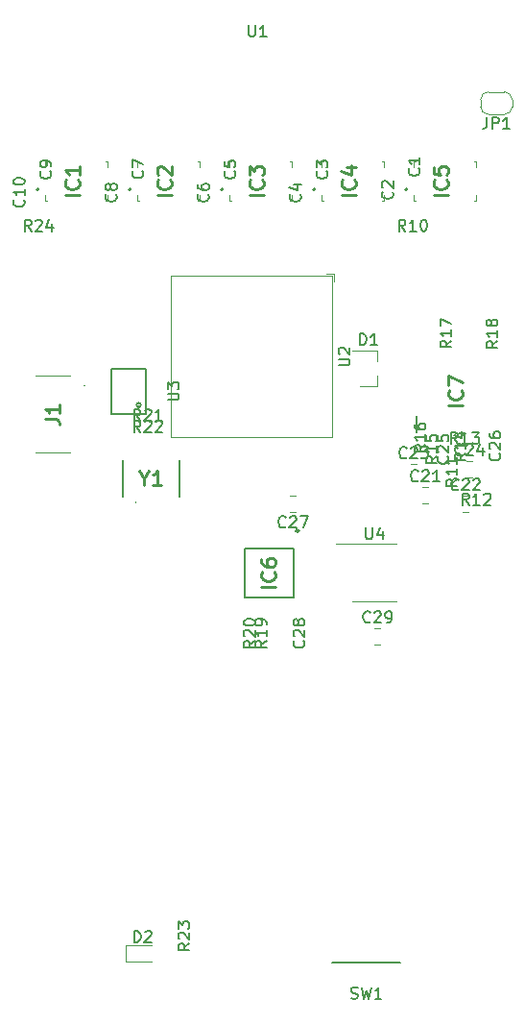
<source format=gbr>
%TF.GenerationSoftware,KiCad,Pcbnew,5.1.6*%
%TF.CreationDate,2021-04-23T20:35:47+02:00*%
%TF.ProjectId,nhci,6e686369-2e6b-4696-9361-645f70636258,rev?*%
%TF.SameCoordinates,Original*%
%TF.FileFunction,Legend,Top*%
%TF.FilePolarity,Positive*%
%FSLAX46Y46*%
G04 Gerber Fmt 4.6, Leading zero omitted, Abs format (unit mm)*
G04 Created by KiCad (PCBNEW 5.1.6) date 2021-04-23 20:35:47*
%MOMM*%
%LPD*%
G01*
G04 APERTURE LIST*
%ADD10C,0.120000*%
%ADD11C,0.100000*%
%ADD12C,0.200000*%
%ADD13C,0.250000*%
%ADD14C,0.150000*%
%ADD15C,0.254000*%
G04 APERTURE END LIST*
D10*
%TO.C,D1*%
X76325000Y-127056000D02*
X74865000Y-127056000D01*
X76325000Y-123896000D02*
X74165000Y-123896000D01*
X76325000Y-123896000D02*
X76325000Y-124826000D01*
X76325000Y-127056000D02*
X76325000Y-126126000D01*
%TO.C,D2*%
X54166500Y-177773000D02*
X56451500Y-177773000D01*
X54166500Y-176303000D02*
X54166500Y-177773000D01*
X56451500Y-176303000D02*
X54166500Y-176303000D01*
D11*
%TO.C,J1*%
X46227000Y-126150000D02*
X49277000Y-126150000D01*
X49277000Y-132930000D02*
X46227000Y-132930000D01*
D12*
X50517000Y-127000000D02*
G75*
G03*
X50517000Y-127000000I-50000J0D01*
G01*
D10*
%TO.C,JP1*%
X88268000Y-101808000D02*
X88268000Y-102408000D01*
X86168000Y-101108000D02*
X87568000Y-101108000D01*
X85468000Y-102408000D02*
X85468000Y-101808000D01*
X87568000Y-103108000D02*
X86168000Y-103108000D01*
X88268000Y-102408000D02*
G75*
G02*
X87568000Y-103108000I-700000J0D01*
G01*
X87568000Y-101108000D02*
G75*
G02*
X88268000Y-101808000I0J-700000D01*
G01*
X85468000Y-101808000D02*
G75*
G02*
X86168000Y-101108000I700000J0D01*
G01*
X86168000Y-103108000D02*
G75*
G02*
X85468000Y-102408000I0J700000D01*
G01*
%TO.C,U4*%
X76120000Y-146042000D02*
X78070000Y-146042000D01*
X76120000Y-146042000D02*
X74170000Y-146042000D01*
X76120000Y-140922000D02*
X78070000Y-140922000D01*
X76120000Y-140922000D02*
X72670000Y-140922000D01*
%TO.C,C29*%
X76116922Y-148388000D02*
X76634078Y-148388000D01*
X76116922Y-149808000D02*
X76634078Y-149808000D01*
%TO.C,C27*%
X69171078Y-138124000D02*
X68653922Y-138124000D01*
X69171078Y-136704000D02*
X68653922Y-136704000D01*
D12*
%TO.C,IC7*%
X79812000Y-131158000D02*
X79812000Y-129708000D01*
D10*
%TO.C,C24*%
X84244922Y-133656000D02*
X84762078Y-133656000D01*
X84244922Y-135076000D02*
X84762078Y-135076000D01*
%TO.C,C23*%
X79321922Y-133910000D02*
X79839078Y-133910000D01*
X79321922Y-135330000D02*
X79839078Y-135330000D01*
%TO.C,C22*%
X83893922Y-136704000D02*
X84411078Y-136704000D01*
X83893922Y-138124000D02*
X84411078Y-138124000D01*
%TO.C,C21*%
X80337922Y-135942000D02*
X80855078Y-135942000D01*
X80337922Y-137362000D02*
X80855078Y-137362000D01*
D11*
%TO.C,Y1*%
X54988000Y-137212000D02*
X54988000Y-137212000D01*
X54988000Y-137312000D02*
X54988000Y-137312000D01*
D12*
X58888000Y-133612000D02*
X58888000Y-136812000D01*
X53888000Y-133612000D02*
X53888000Y-136812000D01*
D11*
X54988000Y-137212000D02*
G75*
G02*
X54988000Y-137312000I0J-50000D01*
G01*
X54988000Y-137312000D02*
G75*
G02*
X54988000Y-137212000I0J50000D01*
G01*
D12*
%TO.C,IC6*%
X68952000Y-141360000D02*
X68952000Y-145660000D01*
X68952000Y-145660000D02*
X64652000Y-145660000D01*
X64652000Y-145660000D02*
X64652000Y-141360000D01*
X64652000Y-141360000D02*
X68952000Y-141360000D01*
D13*
X69427000Y-139785000D02*
G75*
G03*
X69427000Y-139785000I-125000J0D01*
G01*
D14*
%TO.C,SW1*%
X78386000Y-177846000D02*
X72386000Y-177846000D01*
%TO.C,U3*%
X55912000Y-125508000D02*
X55912000Y-129508000D01*
X55912000Y-129508000D02*
X52912000Y-129508000D01*
X52912000Y-129508000D02*
X52912000Y-125508000D01*
X52912000Y-125508000D02*
X55912000Y-125508000D01*
X55512000Y-128708000D02*
G75*
G03*
X55512000Y-128708000I-200000J0D01*
G01*
D10*
%TO.C,U2*%
X72578000Y-117860000D02*
X72578000Y-117160000D01*
X72578000Y-117160000D02*
X71878000Y-117160000D01*
X72378000Y-131560000D02*
X72378000Y-117360000D01*
X72378000Y-117360000D02*
X58178000Y-117360000D01*
X58178000Y-117360000D02*
X58178000Y-131560000D01*
X58178000Y-131560000D02*
X72378000Y-131560000D01*
D12*
%TO.C,IC5*%
X78896000Y-109816000D02*
X78896000Y-109816000D01*
X78896000Y-109616000D02*
X78896000Y-109616000D01*
D11*
X79546000Y-110166000D02*
X79546000Y-110716000D01*
X79546000Y-110716000D02*
X79696000Y-110716000D01*
X79546000Y-107766000D02*
X79546000Y-107216000D01*
X79546000Y-107216000D02*
X79696000Y-107216000D01*
X85046000Y-107766000D02*
X85046000Y-107216000D01*
X85046000Y-107216000D02*
X84896000Y-107216000D01*
X85046000Y-110166000D02*
X85046000Y-110716000D01*
X85046000Y-110716000D02*
X84896000Y-110716000D01*
D12*
X78896000Y-109816000D02*
G75*
G02*
X78896000Y-109616000I0J100000D01*
G01*
X78896000Y-109616000D02*
G75*
G02*
X78896000Y-109816000I0J-100000D01*
G01*
%TO.C,IC4*%
X70768000Y-109816000D02*
X70768000Y-109816000D01*
X70768000Y-109616000D02*
X70768000Y-109616000D01*
D11*
X71418000Y-110166000D02*
X71418000Y-110716000D01*
X71418000Y-110716000D02*
X71568000Y-110716000D01*
X71418000Y-107766000D02*
X71418000Y-107216000D01*
X71418000Y-107216000D02*
X71568000Y-107216000D01*
X76918000Y-107766000D02*
X76918000Y-107216000D01*
X76918000Y-107216000D02*
X76768000Y-107216000D01*
X76918000Y-110166000D02*
X76918000Y-110716000D01*
X76918000Y-110716000D02*
X76768000Y-110716000D01*
D12*
X70768000Y-109816000D02*
G75*
G02*
X70768000Y-109616000I0J100000D01*
G01*
X70768000Y-109616000D02*
G75*
G02*
X70768000Y-109816000I0J-100000D01*
G01*
%TO.C,IC3*%
X62640000Y-109816000D02*
X62640000Y-109816000D01*
X62640000Y-109616000D02*
X62640000Y-109616000D01*
D11*
X63290000Y-110166000D02*
X63290000Y-110716000D01*
X63290000Y-110716000D02*
X63440000Y-110716000D01*
X63290000Y-107766000D02*
X63290000Y-107216000D01*
X63290000Y-107216000D02*
X63440000Y-107216000D01*
X68790000Y-107766000D02*
X68790000Y-107216000D01*
X68790000Y-107216000D02*
X68640000Y-107216000D01*
X68790000Y-110166000D02*
X68790000Y-110716000D01*
X68790000Y-110716000D02*
X68640000Y-110716000D01*
D12*
X62640000Y-109816000D02*
G75*
G02*
X62640000Y-109616000I0J100000D01*
G01*
X62640000Y-109616000D02*
G75*
G02*
X62640000Y-109816000I0J-100000D01*
G01*
%TO.C,IC2*%
X54512000Y-109816000D02*
X54512000Y-109816000D01*
X54512000Y-109616000D02*
X54512000Y-109616000D01*
D11*
X55162000Y-110166000D02*
X55162000Y-110716000D01*
X55162000Y-110716000D02*
X55312000Y-110716000D01*
X55162000Y-107766000D02*
X55162000Y-107216000D01*
X55162000Y-107216000D02*
X55312000Y-107216000D01*
X60662000Y-107766000D02*
X60662000Y-107216000D01*
X60662000Y-107216000D02*
X60512000Y-107216000D01*
X60662000Y-110166000D02*
X60662000Y-110716000D01*
X60662000Y-110716000D02*
X60512000Y-110716000D01*
D12*
X54512000Y-109816000D02*
G75*
G02*
X54512000Y-109616000I0J100000D01*
G01*
X54512000Y-109616000D02*
G75*
G02*
X54512000Y-109816000I0J-100000D01*
G01*
%TO.C,IC1*%
X46384000Y-109816000D02*
X46384000Y-109816000D01*
X46384000Y-109616000D02*
X46384000Y-109616000D01*
D11*
X47034000Y-110166000D02*
X47034000Y-110716000D01*
X47034000Y-110716000D02*
X47184000Y-110716000D01*
X47034000Y-107766000D02*
X47034000Y-107216000D01*
X47034000Y-107216000D02*
X47184000Y-107216000D01*
X52534000Y-107766000D02*
X52534000Y-107216000D01*
X52534000Y-107216000D02*
X52384000Y-107216000D01*
X52534000Y-110166000D02*
X52534000Y-110716000D01*
X52534000Y-110716000D02*
X52384000Y-110716000D01*
D12*
X46384000Y-109816000D02*
G75*
G02*
X46384000Y-109616000I0J100000D01*
G01*
X46384000Y-109616000D02*
G75*
G02*
X46384000Y-109816000I0J-100000D01*
G01*
%TO.C,D1*%
D14*
X74826904Y-123428380D02*
X74826904Y-122428380D01*
X75065000Y-122428380D01*
X75207857Y-122476000D01*
X75303095Y-122571238D01*
X75350714Y-122666476D01*
X75398333Y-122856952D01*
X75398333Y-122999809D01*
X75350714Y-123190285D01*
X75303095Y-123285523D01*
X75207857Y-123380761D01*
X75065000Y-123428380D01*
X74826904Y-123428380D01*
X76350714Y-123428380D02*
X75779285Y-123428380D01*
X76065000Y-123428380D02*
X76065000Y-122428380D01*
X75969761Y-122571238D01*
X75874523Y-122666476D01*
X75779285Y-122714095D01*
%TO.C,R24*%
X45839142Y-113382380D02*
X45505809Y-112906190D01*
X45267714Y-113382380D02*
X45267714Y-112382380D01*
X45648666Y-112382380D01*
X45743904Y-112430000D01*
X45791523Y-112477619D01*
X45839142Y-112572857D01*
X45839142Y-112715714D01*
X45791523Y-112810952D01*
X45743904Y-112858571D01*
X45648666Y-112906190D01*
X45267714Y-112906190D01*
X46220095Y-112477619D02*
X46267714Y-112430000D01*
X46362952Y-112382380D01*
X46601047Y-112382380D01*
X46696285Y-112430000D01*
X46743904Y-112477619D01*
X46791523Y-112572857D01*
X46791523Y-112668095D01*
X46743904Y-112810952D01*
X46172476Y-113382380D01*
X46791523Y-113382380D01*
X47648666Y-112715714D02*
X47648666Y-113382380D01*
X47410571Y-112334761D02*
X47172476Y-113049047D01*
X47791523Y-113049047D01*
%TO.C,U1*%
X65024095Y-95234380D02*
X65024095Y-96043904D01*
X65071714Y-96139142D01*
X65119333Y-96186761D01*
X65214571Y-96234380D01*
X65405047Y-96234380D01*
X65500285Y-96186761D01*
X65547904Y-96139142D01*
X65595523Y-96043904D01*
X65595523Y-95234380D01*
X66595523Y-96234380D02*
X66024095Y-96234380D01*
X66309809Y-96234380D02*
X66309809Y-95234380D01*
X66214571Y-95377238D01*
X66119333Y-95472476D01*
X66024095Y-95520095D01*
%TO.C,D2*%
X54913404Y-176060380D02*
X54913404Y-175060380D01*
X55151500Y-175060380D01*
X55294357Y-175108000D01*
X55389595Y-175203238D01*
X55437214Y-175298476D01*
X55484833Y-175488952D01*
X55484833Y-175631809D01*
X55437214Y-175822285D01*
X55389595Y-175917523D01*
X55294357Y-176012761D01*
X55151500Y-176060380D01*
X54913404Y-176060380D01*
X55865785Y-175155619D02*
X55913404Y-175108000D01*
X56008642Y-175060380D01*
X56246738Y-175060380D01*
X56341976Y-175108000D01*
X56389595Y-175155619D01*
X56437214Y-175250857D01*
X56437214Y-175346095D01*
X56389595Y-175488952D01*
X55818166Y-176060380D01*
X56437214Y-176060380D01*
%TO.C,R23*%
X59788380Y-176156857D02*
X59312190Y-176490190D01*
X59788380Y-176728285D02*
X58788380Y-176728285D01*
X58788380Y-176347333D01*
X58836000Y-176252095D01*
X58883619Y-176204476D01*
X58978857Y-176156857D01*
X59121714Y-176156857D01*
X59216952Y-176204476D01*
X59264571Y-176252095D01*
X59312190Y-176347333D01*
X59312190Y-176728285D01*
X58883619Y-175775904D02*
X58836000Y-175728285D01*
X58788380Y-175633047D01*
X58788380Y-175394952D01*
X58836000Y-175299714D01*
X58883619Y-175252095D01*
X58978857Y-175204476D01*
X59074095Y-175204476D01*
X59216952Y-175252095D01*
X59788380Y-175823523D01*
X59788380Y-175204476D01*
X58788380Y-174871142D02*
X58788380Y-174252095D01*
X59169333Y-174585428D01*
X59169333Y-174442571D01*
X59216952Y-174347333D01*
X59264571Y-174299714D01*
X59359809Y-174252095D01*
X59597904Y-174252095D01*
X59693142Y-174299714D01*
X59740761Y-174347333D01*
X59788380Y-174442571D01*
X59788380Y-174728285D01*
X59740761Y-174823523D01*
X59693142Y-174871142D01*
%TO.C,R22*%
X55468142Y-131108380D02*
X55134809Y-130632190D01*
X54896714Y-131108380D02*
X54896714Y-130108380D01*
X55277666Y-130108380D01*
X55372904Y-130156000D01*
X55420523Y-130203619D01*
X55468142Y-130298857D01*
X55468142Y-130441714D01*
X55420523Y-130536952D01*
X55372904Y-130584571D01*
X55277666Y-130632190D01*
X54896714Y-130632190D01*
X55849095Y-130203619D02*
X55896714Y-130156000D01*
X55991952Y-130108380D01*
X56230047Y-130108380D01*
X56325285Y-130156000D01*
X56372904Y-130203619D01*
X56420523Y-130298857D01*
X56420523Y-130394095D01*
X56372904Y-130536952D01*
X55801476Y-131108380D01*
X56420523Y-131108380D01*
X56801476Y-130203619D02*
X56849095Y-130156000D01*
X56944333Y-130108380D01*
X57182428Y-130108380D01*
X57277666Y-130156000D01*
X57325285Y-130203619D01*
X57372904Y-130298857D01*
X57372904Y-130394095D01*
X57325285Y-130536952D01*
X56753857Y-131108380D01*
X57372904Y-131108380D01*
%TO.C,R21*%
X55468142Y-130092380D02*
X55134809Y-129616190D01*
X54896714Y-130092380D02*
X54896714Y-129092380D01*
X55277666Y-129092380D01*
X55372904Y-129140000D01*
X55420523Y-129187619D01*
X55468142Y-129282857D01*
X55468142Y-129425714D01*
X55420523Y-129520952D01*
X55372904Y-129568571D01*
X55277666Y-129616190D01*
X54896714Y-129616190D01*
X55849095Y-129187619D02*
X55896714Y-129140000D01*
X55991952Y-129092380D01*
X56230047Y-129092380D01*
X56325285Y-129140000D01*
X56372904Y-129187619D01*
X56420523Y-129282857D01*
X56420523Y-129378095D01*
X56372904Y-129520952D01*
X55801476Y-130092380D01*
X56420523Y-130092380D01*
X57372904Y-130092380D02*
X56801476Y-130092380D01*
X57087190Y-130092380D02*
X57087190Y-129092380D01*
X56991952Y-129235238D01*
X56896714Y-129330476D01*
X56801476Y-129378095D01*
%TO.C,J1*%
D15*
X47056523Y-129963333D02*
X47963666Y-129963333D01*
X48145095Y-130023809D01*
X48266047Y-130144761D01*
X48326523Y-130326190D01*
X48326523Y-130447142D01*
X48326523Y-128693333D02*
X48326523Y-129419047D01*
X48326523Y-129056190D02*
X47056523Y-129056190D01*
X47237952Y-129177142D01*
X47358904Y-129298095D01*
X47419380Y-129419047D01*
%TO.C,JP1*%
D14*
X86034666Y-103360380D02*
X86034666Y-104074666D01*
X85987047Y-104217523D01*
X85891809Y-104312761D01*
X85748952Y-104360380D01*
X85653714Y-104360380D01*
X86510857Y-104360380D02*
X86510857Y-103360380D01*
X86891809Y-103360380D01*
X86987047Y-103408000D01*
X87034666Y-103455619D01*
X87082285Y-103550857D01*
X87082285Y-103693714D01*
X87034666Y-103788952D01*
X86987047Y-103836571D01*
X86891809Y-103884190D01*
X86510857Y-103884190D01*
X88034666Y-104360380D02*
X87463238Y-104360380D01*
X87748952Y-104360380D02*
X87748952Y-103360380D01*
X87653714Y-103503238D01*
X87558476Y-103598476D01*
X87463238Y-103646095D01*
%TO.C,U4*%
X75358095Y-139534380D02*
X75358095Y-140343904D01*
X75405714Y-140439142D01*
X75453333Y-140486761D01*
X75548571Y-140534380D01*
X75739047Y-140534380D01*
X75834285Y-140486761D01*
X75881904Y-140439142D01*
X75929523Y-140343904D01*
X75929523Y-139534380D01*
X76834285Y-139867714D02*
X76834285Y-140534380D01*
X76596190Y-139486761D02*
X76358095Y-140201047D01*
X76977142Y-140201047D01*
%TO.C,R20*%
X65576380Y-149486857D02*
X65100190Y-149820190D01*
X65576380Y-150058285D02*
X64576380Y-150058285D01*
X64576380Y-149677333D01*
X64624000Y-149582095D01*
X64671619Y-149534476D01*
X64766857Y-149486857D01*
X64909714Y-149486857D01*
X65004952Y-149534476D01*
X65052571Y-149582095D01*
X65100190Y-149677333D01*
X65100190Y-150058285D01*
X64671619Y-149105904D02*
X64624000Y-149058285D01*
X64576380Y-148963047D01*
X64576380Y-148724952D01*
X64624000Y-148629714D01*
X64671619Y-148582095D01*
X64766857Y-148534476D01*
X64862095Y-148534476D01*
X65004952Y-148582095D01*
X65576380Y-149153523D01*
X65576380Y-148534476D01*
X64576380Y-147915428D02*
X64576380Y-147820190D01*
X64624000Y-147724952D01*
X64671619Y-147677333D01*
X64766857Y-147629714D01*
X64957333Y-147582095D01*
X65195428Y-147582095D01*
X65385904Y-147629714D01*
X65481142Y-147677333D01*
X65528761Y-147724952D01*
X65576380Y-147820190D01*
X65576380Y-147915428D01*
X65528761Y-148010666D01*
X65481142Y-148058285D01*
X65385904Y-148105904D01*
X65195428Y-148153523D01*
X64957333Y-148153523D01*
X64766857Y-148105904D01*
X64671619Y-148058285D01*
X64624000Y-148010666D01*
X64576380Y-147915428D01*
%TO.C,R19*%
X66592380Y-149486857D02*
X66116190Y-149820190D01*
X66592380Y-150058285D02*
X65592380Y-150058285D01*
X65592380Y-149677333D01*
X65640000Y-149582095D01*
X65687619Y-149534476D01*
X65782857Y-149486857D01*
X65925714Y-149486857D01*
X66020952Y-149534476D01*
X66068571Y-149582095D01*
X66116190Y-149677333D01*
X66116190Y-150058285D01*
X66592380Y-148534476D02*
X66592380Y-149105904D01*
X66592380Y-148820190D02*
X65592380Y-148820190D01*
X65735238Y-148915428D01*
X65830476Y-149010666D01*
X65878095Y-149105904D01*
X66592380Y-148058285D02*
X66592380Y-147867809D01*
X66544761Y-147772571D01*
X66497142Y-147724952D01*
X66354285Y-147629714D01*
X66163809Y-147582095D01*
X65782857Y-147582095D01*
X65687619Y-147629714D01*
X65640000Y-147677333D01*
X65592380Y-147772571D01*
X65592380Y-147963047D01*
X65640000Y-148058285D01*
X65687619Y-148105904D01*
X65782857Y-148153523D01*
X66020952Y-148153523D01*
X66116190Y-148105904D01*
X66163809Y-148058285D01*
X66211428Y-147963047D01*
X66211428Y-147772571D01*
X66163809Y-147677333D01*
X66116190Y-147629714D01*
X66020952Y-147582095D01*
%TO.C,C29*%
X75732642Y-147805142D02*
X75685023Y-147852761D01*
X75542166Y-147900380D01*
X75446928Y-147900380D01*
X75304071Y-147852761D01*
X75208833Y-147757523D01*
X75161214Y-147662285D01*
X75113595Y-147471809D01*
X75113595Y-147328952D01*
X75161214Y-147138476D01*
X75208833Y-147043238D01*
X75304071Y-146948000D01*
X75446928Y-146900380D01*
X75542166Y-146900380D01*
X75685023Y-146948000D01*
X75732642Y-146995619D01*
X76113595Y-146995619D02*
X76161214Y-146948000D01*
X76256452Y-146900380D01*
X76494547Y-146900380D01*
X76589785Y-146948000D01*
X76637404Y-146995619D01*
X76685023Y-147090857D01*
X76685023Y-147186095D01*
X76637404Y-147328952D01*
X76065976Y-147900380D01*
X76685023Y-147900380D01*
X77161214Y-147900380D02*
X77351690Y-147900380D01*
X77446928Y-147852761D01*
X77494547Y-147805142D01*
X77589785Y-147662285D01*
X77637404Y-147471809D01*
X77637404Y-147090857D01*
X77589785Y-146995619D01*
X77542166Y-146948000D01*
X77446928Y-146900380D01*
X77256452Y-146900380D01*
X77161214Y-146948000D01*
X77113595Y-146995619D01*
X77065976Y-147090857D01*
X77065976Y-147328952D01*
X77113595Y-147424190D01*
X77161214Y-147471809D01*
X77256452Y-147519428D01*
X77446928Y-147519428D01*
X77542166Y-147471809D01*
X77589785Y-147424190D01*
X77637404Y-147328952D01*
%TO.C,C28*%
X69853142Y-149486857D02*
X69900761Y-149534476D01*
X69948380Y-149677333D01*
X69948380Y-149772571D01*
X69900761Y-149915428D01*
X69805523Y-150010666D01*
X69710285Y-150058285D01*
X69519809Y-150105904D01*
X69376952Y-150105904D01*
X69186476Y-150058285D01*
X69091238Y-150010666D01*
X68996000Y-149915428D01*
X68948380Y-149772571D01*
X68948380Y-149677333D01*
X68996000Y-149534476D01*
X69043619Y-149486857D01*
X69043619Y-149105904D02*
X68996000Y-149058285D01*
X68948380Y-148963047D01*
X68948380Y-148724952D01*
X68996000Y-148629714D01*
X69043619Y-148582095D01*
X69138857Y-148534476D01*
X69234095Y-148534476D01*
X69376952Y-148582095D01*
X69948380Y-149153523D01*
X69948380Y-148534476D01*
X69376952Y-147963047D02*
X69329333Y-148058285D01*
X69281714Y-148105904D01*
X69186476Y-148153523D01*
X69138857Y-148153523D01*
X69043619Y-148105904D01*
X68996000Y-148058285D01*
X68948380Y-147963047D01*
X68948380Y-147772571D01*
X68996000Y-147677333D01*
X69043619Y-147629714D01*
X69138857Y-147582095D01*
X69186476Y-147582095D01*
X69281714Y-147629714D01*
X69329333Y-147677333D01*
X69376952Y-147772571D01*
X69376952Y-147963047D01*
X69424571Y-148058285D01*
X69472190Y-148105904D01*
X69567428Y-148153523D01*
X69757904Y-148153523D01*
X69853142Y-148105904D01*
X69900761Y-148058285D01*
X69948380Y-147963047D01*
X69948380Y-147772571D01*
X69900761Y-147677333D01*
X69853142Y-147629714D01*
X69757904Y-147582095D01*
X69567428Y-147582095D01*
X69472190Y-147629714D01*
X69424571Y-147677333D01*
X69376952Y-147772571D01*
%TO.C,C27*%
X68269642Y-139421142D02*
X68222023Y-139468761D01*
X68079166Y-139516380D01*
X67983928Y-139516380D01*
X67841071Y-139468761D01*
X67745833Y-139373523D01*
X67698214Y-139278285D01*
X67650595Y-139087809D01*
X67650595Y-138944952D01*
X67698214Y-138754476D01*
X67745833Y-138659238D01*
X67841071Y-138564000D01*
X67983928Y-138516380D01*
X68079166Y-138516380D01*
X68222023Y-138564000D01*
X68269642Y-138611619D01*
X68650595Y-138611619D02*
X68698214Y-138564000D01*
X68793452Y-138516380D01*
X69031547Y-138516380D01*
X69126785Y-138564000D01*
X69174404Y-138611619D01*
X69222023Y-138706857D01*
X69222023Y-138802095D01*
X69174404Y-138944952D01*
X68602976Y-139516380D01*
X69222023Y-139516380D01*
X69555357Y-138516380D02*
X70222023Y-138516380D01*
X69793452Y-139516380D01*
%TO.C,R18*%
X86966380Y-123093857D02*
X86490190Y-123427190D01*
X86966380Y-123665285D02*
X85966380Y-123665285D01*
X85966380Y-123284333D01*
X86014000Y-123189095D01*
X86061619Y-123141476D01*
X86156857Y-123093857D01*
X86299714Y-123093857D01*
X86394952Y-123141476D01*
X86442571Y-123189095D01*
X86490190Y-123284333D01*
X86490190Y-123665285D01*
X86966380Y-122141476D02*
X86966380Y-122712904D01*
X86966380Y-122427190D02*
X85966380Y-122427190D01*
X86109238Y-122522428D01*
X86204476Y-122617666D01*
X86252095Y-122712904D01*
X86394952Y-121570047D02*
X86347333Y-121665285D01*
X86299714Y-121712904D01*
X86204476Y-121760523D01*
X86156857Y-121760523D01*
X86061619Y-121712904D01*
X86014000Y-121665285D01*
X85966380Y-121570047D01*
X85966380Y-121379571D01*
X86014000Y-121284333D01*
X86061619Y-121236714D01*
X86156857Y-121189095D01*
X86204476Y-121189095D01*
X86299714Y-121236714D01*
X86347333Y-121284333D01*
X86394952Y-121379571D01*
X86394952Y-121570047D01*
X86442571Y-121665285D01*
X86490190Y-121712904D01*
X86585428Y-121760523D01*
X86775904Y-121760523D01*
X86871142Y-121712904D01*
X86918761Y-121665285D01*
X86966380Y-121570047D01*
X86966380Y-121379571D01*
X86918761Y-121284333D01*
X86871142Y-121236714D01*
X86775904Y-121189095D01*
X86585428Y-121189095D01*
X86490190Y-121236714D01*
X86442571Y-121284333D01*
X86394952Y-121379571D01*
%TO.C,R17*%
X82902380Y-123047857D02*
X82426190Y-123381190D01*
X82902380Y-123619285D02*
X81902380Y-123619285D01*
X81902380Y-123238333D01*
X81950000Y-123143095D01*
X81997619Y-123095476D01*
X82092857Y-123047857D01*
X82235714Y-123047857D01*
X82330952Y-123095476D01*
X82378571Y-123143095D01*
X82426190Y-123238333D01*
X82426190Y-123619285D01*
X82902380Y-122095476D02*
X82902380Y-122666904D01*
X82902380Y-122381190D02*
X81902380Y-122381190D01*
X82045238Y-122476428D01*
X82140476Y-122571666D01*
X82188095Y-122666904D01*
X81902380Y-121762142D02*
X81902380Y-121095476D01*
X82902380Y-121524047D01*
%TO.C,R16*%
X80616380Y-132237857D02*
X80140190Y-132571190D01*
X80616380Y-132809285D02*
X79616380Y-132809285D01*
X79616380Y-132428333D01*
X79664000Y-132333095D01*
X79711619Y-132285476D01*
X79806857Y-132237857D01*
X79949714Y-132237857D01*
X80044952Y-132285476D01*
X80092571Y-132333095D01*
X80140190Y-132428333D01*
X80140190Y-132809285D01*
X80616380Y-131285476D02*
X80616380Y-131856904D01*
X80616380Y-131571190D02*
X79616380Y-131571190D01*
X79759238Y-131666428D01*
X79854476Y-131761666D01*
X79902095Y-131856904D01*
X79616380Y-130428333D02*
X79616380Y-130618809D01*
X79664000Y-130714047D01*
X79711619Y-130761666D01*
X79854476Y-130856904D01*
X80044952Y-130904523D01*
X80425904Y-130904523D01*
X80521142Y-130856904D01*
X80568761Y-130809285D01*
X80616380Y-130714047D01*
X80616380Y-130523571D01*
X80568761Y-130428333D01*
X80521142Y-130380714D01*
X80425904Y-130333095D01*
X80187809Y-130333095D01*
X80092571Y-130380714D01*
X80044952Y-130428333D01*
X79997333Y-130523571D01*
X79997333Y-130714047D01*
X80044952Y-130809285D01*
X80092571Y-130856904D01*
X80187809Y-130904523D01*
%TO.C,R15*%
X81632380Y-133253857D02*
X81156190Y-133587190D01*
X81632380Y-133825285D02*
X80632380Y-133825285D01*
X80632380Y-133444333D01*
X80680000Y-133349095D01*
X80727619Y-133301476D01*
X80822857Y-133253857D01*
X80965714Y-133253857D01*
X81060952Y-133301476D01*
X81108571Y-133349095D01*
X81156190Y-133444333D01*
X81156190Y-133825285D01*
X81632380Y-132301476D02*
X81632380Y-132872904D01*
X81632380Y-132587190D02*
X80632380Y-132587190D01*
X80775238Y-132682428D01*
X80870476Y-132777666D01*
X80918095Y-132872904D01*
X80632380Y-131396714D02*
X80632380Y-131872904D01*
X81108571Y-131920523D01*
X81060952Y-131872904D01*
X81013333Y-131777666D01*
X81013333Y-131539571D01*
X81060952Y-131444333D01*
X81108571Y-131396714D01*
X81203809Y-131349095D01*
X81441904Y-131349095D01*
X81537142Y-131396714D01*
X81584761Y-131444333D01*
X81632380Y-131539571D01*
X81632380Y-131777666D01*
X81584761Y-131872904D01*
X81537142Y-131920523D01*
%TO.C,R14*%
X84172380Y-132976857D02*
X83696190Y-133310190D01*
X84172380Y-133548285D02*
X83172380Y-133548285D01*
X83172380Y-133167333D01*
X83220000Y-133072095D01*
X83267619Y-133024476D01*
X83362857Y-132976857D01*
X83505714Y-132976857D01*
X83600952Y-133024476D01*
X83648571Y-133072095D01*
X83696190Y-133167333D01*
X83696190Y-133548285D01*
X84172380Y-132024476D02*
X84172380Y-132595904D01*
X84172380Y-132310190D02*
X83172380Y-132310190D01*
X83315238Y-132405428D01*
X83410476Y-132500666D01*
X83458095Y-132595904D01*
X83505714Y-131167333D02*
X84172380Y-131167333D01*
X83124761Y-131405428D02*
X83839047Y-131643523D01*
X83839047Y-131024476D01*
%TO.C,R13*%
X83431142Y-132124380D02*
X83097809Y-131648190D01*
X82859714Y-132124380D02*
X82859714Y-131124380D01*
X83240666Y-131124380D01*
X83335904Y-131172000D01*
X83383523Y-131219619D01*
X83431142Y-131314857D01*
X83431142Y-131457714D01*
X83383523Y-131552952D01*
X83335904Y-131600571D01*
X83240666Y-131648190D01*
X82859714Y-131648190D01*
X84383523Y-132124380D02*
X83812095Y-132124380D01*
X84097809Y-132124380D02*
X84097809Y-131124380D01*
X84002571Y-131267238D01*
X83907333Y-131362476D01*
X83812095Y-131410095D01*
X84716857Y-131124380D02*
X85335904Y-131124380D01*
X85002571Y-131505333D01*
X85145428Y-131505333D01*
X85240666Y-131552952D01*
X85288285Y-131600571D01*
X85335904Y-131695809D01*
X85335904Y-131933904D01*
X85288285Y-132029142D01*
X85240666Y-132076761D01*
X85145428Y-132124380D01*
X84859714Y-132124380D01*
X84764476Y-132076761D01*
X84716857Y-132029142D01*
%TO.C,R12*%
X84447142Y-137512380D02*
X84113809Y-137036190D01*
X83875714Y-137512380D02*
X83875714Y-136512380D01*
X84256666Y-136512380D01*
X84351904Y-136560000D01*
X84399523Y-136607619D01*
X84447142Y-136702857D01*
X84447142Y-136845714D01*
X84399523Y-136940952D01*
X84351904Y-136988571D01*
X84256666Y-137036190D01*
X83875714Y-137036190D01*
X85399523Y-137512380D02*
X84828095Y-137512380D01*
X85113809Y-137512380D02*
X85113809Y-136512380D01*
X85018571Y-136655238D01*
X84923333Y-136750476D01*
X84828095Y-136798095D01*
X85780476Y-136607619D02*
X85828095Y-136560000D01*
X85923333Y-136512380D01*
X86161428Y-136512380D01*
X86256666Y-136560000D01*
X86304285Y-136607619D01*
X86351904Y-136702857D01*
X86351904Y-136798095D01*
X86304285Y-136940952D01*
X85732857Y-137512380D01*
X86351904Y-137512380D01*
%TO.C,R11*%
X83410380Y-135262857D02*
X82934190Y-135596190D01*
X83410380Y-135834285D02*
X82410380Y-135834285D01*
X82410380Y-135453333D01*
X82458000Y-135358095D01*
X82505619Y-135310476D01*
X82600857Y-135262857D01*
X82743714Y-135262857D01*
X82838952Y-135310476D01*
X82886571Y-135358095D01*
X82934190Y-135453333D01*
X82934190Y-135834285D01*
X83410380Y-134310476D02*
X83410380Y-134881904D01*
X83410380Y-134596190D02*
X82410380Y-134596190D01*
X82553238Y-134691428D01*
X82648476Y-134786666D01*
X82696095Y-134881904D01*
X83410380Y-133358095D02*
X83410380Y-133929523D01*
X83410380Y-133643809D02*
X82410380Y-133643809D01*
X82553238Y-133739047D01*
X82648476Y-133834285D01*
X82696095Y-133929523D01*
%TO.C,IC7*%
D15*
X83886523Y-128747761D02*
X82616523Y-128747761D01*
X83765571Y-127417285D02*
X83826047Y-127477761D01*
X83886523Y-127659190D01*
X83886523Y-127780142D01*
X83826047Y-127961571D01*
X83705095Y-128082523D01*
X83584142Y-128143000D01*
X83342238Y-128203476D01*
X83160809Y-128203476D01*
X82918904Y-128143000D01*
X82797952Y-128082523D01*
X82677000Y-127961571D01*
X82616523Y-127780142D01*
X82616523Y-127659190D01*
X82677000Y-127477761D01*
X82737476Y-127417285D01*
X82616523Y-126993952D02*
X82616523Y-126147285D01*
X83886523Y-126691571D01*
%TO.C,C26*%
D14*
X87125142Y-132976857D02*
X87172761Y-133024476D01*
X87220380Y-133167333D01*
X87220380Y-133262571D01*
X87172761Y-133405428D01*
X87077523Y-133500666D01*
X86982285Y-133548285D01*
X86791809Y-133595904D01*
X86648952Y-133595904D01*
X86458476Y-133548285D01*
X86363238Y-133500666D01*
X86268000Y-133405428D01*
X86220380Y-133262571D01*
X86220380Y-133167333D01*
X86268000Y-133024476D01*
X86315619Y-132976857D01*
X86315619Y-132595904D02*
X86268000Y-132548285D01*
X86220380Y-132453047D01*
X86220380Y-132214952D01*
X86268000Y-132119714D01*
X86315619Y-132072095D01*
X86410857Y-132024476D01*
X86506095Y-132024476D01*
X86648952Y-132072095D01*
X87220380Y-132643523D01*
X87220380Y-132024476D01*
X86220380Y-131167333D02*
X86220380Y-131357809D01*
X86268000Y-131453047D01*
X86315619Y-131500666D01*
X86458476Y-131595904D01*
X86648952Y-131643523D01*
X87029904Y-131643523D01*
X87125142Y-131595904D01*
X87172761Y-131548285D01*
X87220380Y-131453047D01*
X87220380Y-131262571D01*
X87172761Y-131167333D01*
X87125142Y-131119714D01*
X87029904Y-131072095D01*
X86791809Y-131072095D01*
X86696571Y-131119714D01*
X86648952Y-131167333D01*
X86601333Y-131262571D01*
X86601333Y-131453047D01*
X86648952Y-131548285D01*
X86696571Y-131595904D01*
X86791809Y-131643523D01*
%TO.C,C25*%
X82553142Y-133253857D02*
X82600761Y-133301476D01*
X82648380Y-133444333D01*
X82648380Y-133539571D01*
X82600761Y-133682428D01*
X82505523Y-133777666D01*
X82410285Y-133825285D01*
X82219809Y-133872904D01*
X82076952Y-133872904D01*
X81886476Y-133825285D01*
X81791238Y-133777666D01*
X81696000Y-133682428D01*
X81648380Y-133539571D01*
X81648380Y-133444333D01*
X81696000Y-133301476D01*
X81743619Y-133253857D01*
X81743619Y-132872904D02*
X81696000Y-132825285D01*
X81648380Y-132730047D01*
X81648380Y-132491952D01*
X81696000Y-132396714D01*
X81743619Y-132349095D01*
X81838857Y-132301476D01*
X81934095Y-132301476D01*
X82076952Y-132349095D01*
X82648380Y-132920523D01*
X82648380Y-132301476D01*
X81648380Y-131396714D02*
X81648380Y-131872904D01*
X82124571Y-131920523D01*
X82076952Y-131872904D01*
X82029333Y-131777666D01*
X82029333Y-131539571D01*
X82076952Y-131444333D01*
X82124571Y-131396714D01*
X82219809Y-131349095D01*
X82457904Y-131349095D01*
X82553142Y-131396714D01*
X82600761Y-131444333D01*
X82648380Y-131539571D01*
X82648380Y-131777666D01*
X82600761Y-131872904D01*
X82553142Y-131920523D01*
%TO.C,C24*%
X83860642Y-133073142D02*
X83813023Y-133120761D01*
X83670166Y-133168380D01*
X83574928Y-133168380D01*
X83432071Y-133120761D01*
X83336833Y-133025523D01*
X83289214Y-132930285D01*
X83241595Y-132739809D01*
X83241595Y-132596952D01*
X83289214Y-132406476D01*
X83336833Y-132311238D01*
X83432071Y-132216000D01*
X83574928Y-132168380D01*
X83670166Y-132168380D01*
X83813023Y-132216000D01*
X83860642Y-132263619D01*
X84241595Y-132263619D02*
X84289214Y-132216000D01*
X84384452Y-132168380D01*
X84622547Y-132168380D01*
X84717785Y-132216000D01*
X84765404Y-132263619D01*
X84813023Y-132358857D01*
X84813023Y-132454095D01*
X84765404Y-132596952D01*
X84193976Y-133168380D01*
X84813023Y-133168380D01*
X85670166Y-132501714D02*
X85670166Y-133168380D01*
X85432071Y-132120761D02*
X85193976Y-132835047D01*
X85813023Y-132835047D01*
%TO.C,C23*%
X78937642Y-133327142D02*
X78890023Y-133374761D01*
X78747166Y-133422380D01*
X78651928Y-133422380D01*
X78509071Y-133374761D01*
X78413833Y-133279523D01*
X78366214Y-133184285D01*
X78318595Y-132993809D01*
X78318595Y-132850952D01*
X78366214Y-132660476D01*
X78413833Y-132565238D01*
X78509071Y-132470000D01*
X78651928Y-132422380D01*
X78747166Y-132422380D01*
X78890023Y-132470000D01*
X78937642Y-132517619D01*
X79318595Y-132517619D02*
X79366214Y-132470000D01*
X79461452Y-132422380D01*
X79699547Y-132422380D01*
X79794785Y-132470000D01*
X79842404Y-132517619D01*
X79890023Y-132612857D01*
X79890023Y-132708095D01*
X79842404Y-132850952D01*
X79270976Y-133422380D01*
X79890023Y-133422380D01*
X80223357Y-132422380D02*
X80842404Y-132422380D01*
X80509071Y-132803333D01*
X80651928Y-132803333D01*
X80747166Y-132850952D01*
X80794785Y-132898571D01*
X80842404Y-132993809D01*
X80842404Y-133231904D01*
X80794785Y-133327142D01*
X80747166Y-133374761D01*
X80651928Y-133422380D01*
X80366214Y-133422380D01*
X80270976Y-133374761D01*
X80223357Y-133327142D01*
%TO.C,C22*%
X83509642Y-136121142D02*
X83462023Y-136168761D01*
X83319166Y-136216380D01*
X83223928Y-136216380D01*
X83081071Y-136168761D01*
X82985833Y-136073523D01*
X82938214Y-135978285D01*
X82890595Y-135787809D01*
X82890595Y-135644952D01*
X82938214Y-135454476D01*
X82985833Y-135359238D01*
X83081071Y-135264000D01*
X83223928Y-135216380D01*
X83319166Y-135216380D01*
X83462023Y-135264000D01*
X83509642Y-135311619D01*
X83890595Y-135311619D02*
X83938214Y-135264000D01*
X84033452Y-135216380D01*
X84271547Y-135216380D01*
X84366785Y-135264000D01*
X84414404Y-135311619D01*
X84462023Y-135406857D01*
X84462023Y-135502095D01*
X84414404Y-135644952D01*
X83842976Y-136216380D01*
X84462023Y-136216380D01*
X84842976Y-135311619D02*
X84890595Y-135264000D01*
X84985833Y-135216380D01*
X85223928Y-135216380D01*
X85319166Y-135264000D01*
X85366785Y-135311619D01*
X85414404Y-135406857D01*
X85414404Y-135502095D01*
X85366785Y-135644952D01*
X84795357Y-136216380D01*
X85414404Y-136216380D01*
%TO.C,C21*%
X79953642Y-135359142D02*
X79906023Y-135406761D01*
X79763166Y-135454380D01*
X79667928Y-135454380D01*
X79525071Y-135406761D01*
X79429833Y-135311523D01*
X79382214Y-135216285D01*
X79334595Y-135025809D01*
X79334595Y-134882952D01*
X79382214Y-134692476D01*
X79429833Y-134597238D01*
X79525071Y-134502000D01*
X79667928Y-134454380D01*
X79763166Y-134454380D01*
X79906023Y-134502000D01*
X79953642Y-134549619D01*
X80334595Y-134549619D02*
X80382214Y-134502000D01*
X80477452Y-134454380D01*
X80715547Y-134454380D01*
X80810785Y-134502000D01*
X80858404Y-134549619D01*
X80906023Y-134644857D01*
X80906023Y-134740095D01*
X80858404Y-134882952D01*
X80286976Y-135454380D01*
X80906023Y-135454380D01*
X81858404Y-135454380D02*
X81286976Y-135454380D01*
X81572690Y-135454380D02*
X81572690Y-134454380D01*
X81477452Y-134597238D01*
X81382214Y-134692476D01*
X81286976Y-134740095D01*
%TO.C,R10*%
X78836142Y-113382380D02*
X78502809Y-112906190D01*
X78264714Y-113382380D02*
X78264714Y-112382380D01*
X78645666Y-112382380D01*
X78740904Y-112430000D01*
X78788523Y-112477619D01*
X78836142Y-112572857D01*
X78836142Y-112715714D01*
X78788523Y-112810952D01*
X78740904Y-112858571D01*
X78645666Y-112906190D01*
X78264714Y-112906190D01*
X79788523Y-113382380D02*
X79217095Y-113382380D01*
X79502809Y-113382380D02*
X79502809Y-112382380D01*
X79407571Y-112525238D01*
X79312333Y-112620476D01*
X79217095Y-112668095D01*
X80407571Y-112382380D02*
X80502809Y-112382380D01*
X80598047Y-112430000D01*
X80645666Y-112477619D01*
X80693285Y-112572857D01*
X80740904Y-112763333D01*
X80740904Y-113001428D01*
X80693285Y-113191904D01*
X80645666Y-113287142D01*
X80598047Y-113334761D01*
X80502809Y-113382380D01*
X80407571Y-113382380D01*
X80312333Y-113334761D01*
X80264714Y-113287142D01*
X80217095Y-113191904D01*
X80169476Y-113001428D01*
X80169476Y-112763333D01*
X80217095Y-112572857D01*
X80264714Y-112477619D01*
X80312333Y-112430000D01*
X80407571Y-112382380D01*
%TO.C,Y1*%
D15*
X55783238Y-135181761D02*
X55783238Y-135786523D01*
X55359904Y-134516523D02*
X55783238Y-135181761D01*
X56206571Y-134516523D01*
X57295142Y-135786523D02*
X56569428Y-135786523D01*
X56932285Y-135786523D02*
X56932285Y-134516523D01*
X56811333Y-134697952D01*
X56690380Y-134818904D01*
X56569428Y-134879380D01*
%TO.C,IC6*%
X67376523Y-144749761D02*
X66106523Y-144749761D01*
X67255571Y-143419285D02*
X67316047Y-143479761D01*
X67376523Y-143661190D01*
X67376523Y-143782142D01*
X67316047Y-143963571D01*
X67195095Y-144084523D01*
X67074142Y-144145000D01*
X66832238Y-144205476D01*
X66650809Y-144205476D01*
X66408904Y-144145000D01*
X66287952Y-144084523D01*
X66167000Y-143963571D01*
X66106523Y-143782142D01*
X66106523Y-143661190D01*
X66167000Y-143479761D01*
X66227476Y-143419285D01*
X66106523Y-142330714D02*
X66106523Y-142572619D01*
X66167000Y-142693571D01*
X66227476Y-142754047D01*
X66408904Y-142875000D01*
X66650809Y-142935476D01*
X67134619Y-142935476D01*
X67255571Y-142875000D01*
X67316047Y-142814523D01*
X67376523Y-142693571D01*
X67376523Y-142451666D01*
X67316047Y-142330714D01*
X67255571Y-142270238D01*
X67134619Y-142209761D01*
X66832238Y-142209761D01*
X66711285Y-142270238D01*
X66650809Y-142330714D01*
X66590333Y-142451666D01*
X66590333Y-142693571D01*
X66650809Y-142814523D01*
X66711285Y-142875000D01*
X66832238Y-142935476D01*
%TO.C,SW1*%
D14*
X74052666Y-181000761D02*
X74195523Y-181048380D01*
X74433619Y-181048380D01*
X74528857Y-181000761D01*
X74576476Y-180953142D01*
X74624095Y-180857904D01*
X74624095Y-180762666D01*
X74576476Y-180667428D01*
X74528857Y-180619809D01*
X74433619Y-180572190D01*
X74243142Y-180524571D01*
X74147904Y-180476952D01*
X74100285Y-180429333D01*
X74052666Y-180334095D01*
X74052666Y-180238857D01*
X74100285Y-180143619D01*
X74147904Y-180096000D01*
X74243142Y-180048380D01*
X74481238Y-180048380D01*
X74624095Y-180096000D01*
X74957428Y-180048380D02*
X75195523Y-181048380D01*
X75386000Y-180334095D01*
X75576476Y-181048380D01*
X75814571Y-180048380D01*
X76719333Y-181048380D02*
X76147904Y-181048380D01*
X76433619Y-181048380D02*
X76433619Y-180048380D01*
X76338380Y-180191238D01*
X76243142Y-180286476D01*
X76147904Y-180334095D01*
%TO.C,U3*%
X57864380Y-128269904D02*
X58673904Y-128269904D01*
X58769142Y-128222285D01*
X58816761Y-128174666D01*
X58864380Y-128079428D01*
X58864380Y-127888952D01*
X58816761Y-127793714D01*
X58769142Y-127746095D01*
X58673904Y-127698476D01*
X57864380Y-127698476D01*
X57864380Y-127317523D02*
X57864380Y-126698476D01*
X58245333Y-127031809D01*
X58245333Y-126888952D01*
X58292952Y-126793714D01*
X58340571Y-126746095D01*
X58435809Y-126698476D01*
X58673904Y-126698476D01*
X58769142Y-126746095D01*
X58816761Y-126793714D01*
X58864380Y-126888952D01*
X58864380Y-127174666D01*
X58816761Y-127269904D01*
X58769142Y-127317523D01*
%TO.C,U2*%
X72930380Y-125221904D02*
X73739904Y-125221904D01*
X73835142Y-125174285D01*
X73882761Y-125126666D01*
X73930380Y-125031428D01*
X73930380Y-124840952D01*
X73882761Y-124745714D01*
X73835142Y-124698095D01*
X73739904Y-124650476D01*
X72930380Y-124650476D01*
X73025619Y-124221904D02*
X72978000Y-124174285D01*
X72930380Y-124079047D01*
X72930380Y-123840952D01*
X72978000Y-123745714D01*
X73025619Y-123698095D01*
X73120857Y-123650476D01*
X73216095Y-123650476D01*
X73358952Y-123698095D01*
X73930380Y-124269523D01*
X73930380Y-123650476D01*
%TO.C,C10*%
X45161142Y-110624857D02*
X45208761Y-110672476D01*
X45256380Y-110815333D01*
X45256380Y-110910571D01*
X45208761Y-111053428D01*
X45113523Y-111148666D01*
X45018285Y-111196285D01*
X44827809Y-111243904D01*
X44684952Y-111243904D01*
X44494476Y-111196285D01*
X44399238Y-111148666D01*
X44304000Y-111053428D01*
X44256380Y-110910571D01*
X44256380Y-110815333D01*
X44304000Y-110672476D01*
X44351619Y-110624857D01*
X45256380Y-109672476D02*
X45256380Y-110243904D01*
X45256380Y-109958190D02*
X44256380Y-109958190D01*
X44399238Y-110053428D01*
X44494476Y-110148666D01*
X44542095Y-110243904D01*
X44256380Y-109053428D02*
X44256380Y-108958190D01*
X44304000Y-108862952D01*
X44351619Y-108815333D01*
X44446857Y-108767714D01*
X44637333Y-108720095D01*
X44875428Y-108720095D01*
X45065904Y-108767714D01*
X45161142Y-108815333D01*
X45208761Y-108862952D01*
X45256380Y-108958190D01*
X45256380Y-109053428D01*
X45208761Y-109148666D01*
X45161142Y-109196285D01*
X45065904Y-109243904D01*
X44875428Y-109291523D01*
X44637333Y-109291523D01*
X44446857Y-109243904D01*
X44351619Y-109196285D01*
X44304000Y-109148666D01*
X44256380Y-109053428D01*
%TO.C,C9*%
X47501142Y-108116666D02*
X47548761Y-108164285D01*
X47596380Y-108307142D01*
X47596380Y-108402380D01*
X47548761Y-108545238D01*
X47453523Y-108640476D01*
X47358285Y-108688095D01*
X47167809Y-108735714D01*
X47024952Y-108735714D01*
X46834476Y-108688095D01*
X46739238Y-108640476D01*
X46644000Y-108545238D01*
X46596380Y-108402380D01*
X46596380Y-108307142D01*
X46644000Y-108164285D01*
X46691619Y-108116666D01*
X47596380Y-107640476D02*
X47596380Y-107450000D01*
X47548761Y-107354761D01*
X47501142Y-107307142D01*
X47358285Y-107211904D01*
X47167809Y-107164285D01*
X46786857Y-107164285D01*
X46691619Y-107211904D01*
X46644000Y-107259523D01*
X46596380Y-107354761D01*
X46596380Y-107545238D01*
X46644000Y-107640476D01*
X46691619Y-107688095D01*
X46786857Y-107735714D01*
X47024952Y-107735714D01*
X47120190Y-107688095D01*
X47167809Y-107640476D01*
X47215428Y-107545238D01*
X47215428Y-107354761D01*
X47167809Y-107259523D01*
X47120190Y-107211904D01*
X47024952Y-107164285D01*
%TO.C,C8*%
X53289142Y-110148666D02*
X53336761Y-110196285D01*
X53384380Y-110339142D01*
X53384380Y-110434380D01*
X53336761Y-110577238D01*
X53241523Y-110672476D01*
X53146285Y-110720095D01*
X52955809Y-110767714D01*
X52812952Y-110767714D01*
X52622476Y-110720095D01*
X52527238Y-110672476D01*
X52432000Y-110577238D01*
X52384380Y-110434380D01*
X52384380Y-110339142D01*
X52432000Y-110196285D01*
X52479619Y-110148666D01*
X52812952Y-109577238D02*
X52765333Y-109672476D01*
X52717714Y-109720095D01*
X52622476Y-109767714D01*
X52574857Y-109767714D01*
X52479619Y-109720095D01*
X52432000Y-109672476D01*
X52384380Y-109577238D01*
X52384380Y-109386761D01*
X52432000Y-109291523D01*
X52479619Y-109243904D01*
X52574857Y-109196285D01*
X52622476Y-109196285D01*
X52717714Y-109243904D01*
X52765333Y-109291523D01*
X52812952Y-109386761D01*
X52812952Y-109577238D01*
X52860571Y-109672476D01*
X52908190Y-109720095D01*
X53003428Y-109767714D01*
X53193904Y-109767714D01*
X53289142Y-109720095D01*
X53336761Y-109672476D01*
X53384380Y-109577238D01*
X53384380Y-109386761D01*
X53336761Y-109291523D01*
X53289142Y-109243904D01*
X53193904Y-109196285D01*
X53003428Y-109196285D01*
X52908190Y-109243904D01*
X52860571Y-109291523D01*
X52812952Y-109386761D01*
%TO.C,C7*%
X55629142Y-108093666D02*
X55676761Y-108141285D01*
X55724380Y-108284142D01*
X55724380Y-108379380D01*
X55676761Y-108522238D01*
X55581523Y-108617476D01*
X55486285Y-108665095D01*
X55295809Y-108712714D01*
X55152952Y-108712714D01*
X54962476Y-108665095D01*
X54867238Y-108617476D01*
X54772000Y-108522238D01*
X54724380Y-108379380D01*
X54724380Y-108284142D01*
X54772000Y-108141285D01*
X54819619Y-108093666D01*
X54724380Y-107760333D02*
X54724380Y-107093666D01*
X55724380Y-107522238D01*
%TO.C,C6*%
X61417142Y-110148666D02*
X61464761Y-110196285D01*
X61512380Y-110339142D01*
X61512380Y-110434380D01*
X61464761Y-110577238D01*
X61369523Y-110672476D01*
X61274285Y-110720095D01*
X61083809Y-110767714D01*
X60940952Y-110767714D01*
X60750476Y-110720095D01*
X60655238Y-110672476D01*
X60560000Y-110577238D01*
X60512380Y-110434380D01*
X60512380Y-110339142D01*
X60560000Y-110196285D01*
X60607619Y-110148666D01*
X60512380Y-109291523D02*
X60512380Y-109482000D01*
X60560000Y-109577238D01*
X60607619Y-109624857D01*
X60750476Y-109720095D01*
X60940952Y-109767714D01*
X61321904Y-109767714D01*
X61417142Y-109720095D01*
X61464761Y-109672476D01*
X61512380Y-109577238D01*
X61512380Y-109386761D01*
X61464761Y-109291523D01*
X61417142Y-109243904D01*
X61321904Y-109196285D01*
X61083809Y-109196285D01*
X60988571Y-109243904D01*
X60940952Y-109291523D01*
X60893333Y-109386761D01*
X60893333Y-109577238D01*
X60940952Y-109672476D01*
X60988571Y-109720095D01*
X61083809Y-109767714D01*
%TO.C,C5*%
X63757142Y-108116666D02*
X63804761Y-108164285D01*
X63852380Y-108307142D01*
X63852380Y-108402380D01*
X63804761Y-108545238D01*
X63709523Y-108640476D01*
X63614285Y-108688095D01*
X63423809Y-108735714D01*
X63280952Y-108735714D01*
X63090476Y-108688095D01*
X62995238Y-108640476D01*
X62900000Y-108545238D01*
X62852380Y-108402380D01*
X62852380Y-108307142D01*
X62900000Y-108164285D01*
X62947619Y-108116666D01*
X62852380Y-107211904D02*
X62852380Y-107688095D01*
X63328571Y-107735714D01*
X63280952Y-107688095D01*
X63233333Y-107592857D01*
X63233333Y-107354761D01*
X63280952Y-107259523D01*
X63328571Y-107211904D01*
X63423809Y-107164285D01*
X63661904Y-107164285D01*
X63757142Y-107211904D01*
X63804761Y-107259523D01*
X63852380Y-107354761D01*
X63852380Y-107592857D01*
X63804761Y-107688095D01*
X63757142Y-107735714D01*
%TO.C,C4*%
X69545142Y-110148666D02*
X69592761Y-110196285D01*
X69640380Y-110339142D01*
X69640380Y-110434380D01*
X69592761Y-110577238D01*
X69497523Y-110672476D01*
X69402285Y-110720095D01*
X69211809Y-110767714D01*
X69068952Y-110767714D01*
X68878476Y-110720095D01*
X68783238Y-110672476D01*
X68688000Y-110577238D01*
X68640380Y-110434380D01*
X68640380Y-110339142D01*
X68688000Y-110196285D01*
X68735619Y-110148666D01*
X68973714Y-109291523D02*
X69640380Y-109291523D01*
X68592761Y-109529619D02*
X69307047Y-109767714D01*
X69307047Y-109148666D01*
%TO.C,C3*%
X71885142Y-108116666D02*
X71932761Y-108164285D01*
X71980380Y-108307142D01*
X71980380Y-108402380D01*
X71932761Y-108545238D01*
X71837523Y-108640476D01*
X71742285Y-108688095D01*
X71551809Y-108735714D01*
X71408952Y-108735714D01*
X71218476Y-108688095D01*
X71123238Y-108640476D01*
X71028000Y-108545238D01*
X70980380Y-108402380D01*
X70980380Y-108307142D01*
X71028000Y-108164285D01*
X71075619Y-108116666D01*
X70980380Y-107783333D02*
X70980380Y-107164285D01*
X71361333Y-107497619D01*
X71361333Y-107354761D01*
X71408952Y-107259523D01*
X71456571Y-107211904D01*
X71551809Y-107164285D01*
X71789904Y-107164285D01*
X71885142Y-107211904D01*
X71932761Y-107259523D01*
X71980380Y-107354761D01*
X71980380Y-107640476D01*
X71932761Y-107735714D01*
X71885142Y-107783333D01*
%TO.C,C2*%
X77673142Y-109917666D02*
X77720761Y-109965285D01*
X77768380Y-110108142D01*
X77768380Y-110203380D01*
X77720761Y-110346238D01*
X77625523Y-110441476D01*
X77530285Y-110489095D01*
X77339809Y-110536714D01*
X77196952Y-110536714D01*
X77006476Y-110489095D01*
X76911238Y-110441476D01*
X76816000Y-110346238D01*
X76768380Y-110203380D01*
X76768380Y-110108142D01*
X76816000Y-109965285D01*
X76863619Y-109917666D01*
X76863619Y-109536714D02*
X76816000Y-109489095D01*
X76768380Y-109393857D01*
X76768380Y-109155761D01*
X76816000Y-109060523D01*
X76863619Y-109012904D01*
X76958857Y-108965285D01*
X77054095Y-108965285D01*
X77196952Y-109012904D01*
X77768380Y-109584333D01*
X77768380Y-108965285D01*
%TO.C,C1*%
X80013142Y-107862666D02*
X80060761Y-107910285D01*
X80108380Y-108053142D01*
X80108380Y-108148380D01*
X80060761Y-108291238D01*
X79965523Y-108386476D01*
X79870285Y-108434095D01*
X79679809Y-108481714D01*
X79536952Y-108481714D01*
X79346476Y-108434095D01*
X79251238Y-108386476D01*
X79156000Y-108291238D01*
X79108380Y-108148380D01*
X79108380Y-108053142D01*
X79156000Y-107910285D01*
X79203619Y-107862666D01*
X80108380Y-106910285D02*
X80108380Y-107481714D01*
X80108380Y-107196000D02*
X79108380Y-107196000D01*
X79251238Y-107291238D01*
X79346476Y-107386476D01*
X79394095Y-107481714D01*
%TO.C,IC5*%
D15*
X82595523Y-110205761D02*
X81325523Y-110205761D01*
X82474571Y-108875285D02*
X82535047Y-108935761D01*
X82595523Y-109117190D01*
X82595523Y-109238142D01*
X82535047Y-109419571D01*
X82414095Y-109540523D01*
X82293142Y-109601000D01*
X82051238Y-109661476D01*
X81869809Y-109661476D01*
X81627904Y-109601000D01*
X81506952Y-109540523D01*
X81386000Y-109419571D01*
X81325523Y-109238142D01*
X81325523Y-109117190D01*
X81386000Y-108935761D01*
X81446476Y-108875285D01*
X81325523Y-107726238D02*
X81325523Y-108331000D01*
X81930285Y-108391476D01*
X81869809Y-108331000D01*
X81809333Y-108210047D01*
X81809333Y-107907666D01*
X81869809Y-107786714D01*
X81930285Y-107726238D01*
X82051238Y-107665761D01*
X82353619Y-107665761D01*
X82474571Y-107726238D01*
X82535047Y-107786714D01*
X82595523Y-107907666D01*
X82595523Y-108210047D01*
X82535047Y-108331000D01*
X82474571Y-108391476D01*
%TO.C,IC4*%
X74467523Y-110205761D02*
X73197523Y-110205761D01*
X74346571Y-108875285D02*
X74407047Y-108935761D01*
X74467523Y-109117190D01*
X74467523Y-109238142D01*
X74407047Y-109419571D01*
X74286095Y-109540523D01*
X74165142Y-109601000D01*
X73923238Y-109661476D01*
X73741809Y-109661476D01*
X73499904Y-109601000D01*
X73378952Y-109540523D01*
X73258000Y-109419571D01*
X73197523Y-109238142D01*
X73197523Y-109117190D01*
X73258000Y-108935761D01*
X73318476Y-108875285D01*
X73620857Y-107786714D02*
X74467523Y-107786714D01*
X73137047Y-108089095D02*
X74044190Y-108391476D01*
X74044190Y-107605285D01*
%TO.C,IC3*%
X66339523Y-110205761D02*
X65069523Y-110205761D01*
X66218571Y-108875285D02*
X66279047Y-108935761D01*
X66339523Y-109117190D01*
X66339523Y-109238142D01*
X66279047Y-109419571D01*
X66158095Y-109540523D01*
X66037142Y-109601000D01*
X65795238Y-109661476D01*
X65613809Y-109661476D01*
X65371904Y-109601000D01*
X65250952Y-109540523D01*
X65130000Y-109419571D01*
X65069523Y-109238142D01*
X65069523Y-109117190D01*
X65130000Y-108935761D01*
X65190476Y-108875285D01*
X65069523Y-108451952D02*
X65069523Y-107665761D01*
X65553333Y-108089095D01*
X65553333Y-107907666D01*
X65613809Y-107786714D01*
X65674285Y-107726238D01*
X65795238Y-107665761D01*
X66097619Y-107665761D01*
X66218571Y-107726238D01*
X66279047Y-107786714D01*
X66339523Y-107907666D01*
X66339523Y-108270523D01*
X66279047Y-108391476D01*
X66218571Y-108451952D01*
%TO.C,IC2*%
X58211523Y-110205761D02*
X56941523Y-110205761D01*
X58090571Y-108875285D02*
X58151047Y-108935761D01*
X58211523Y-109117190D01*
X58211523Y-109238142D01*
X58151047Y-109419571D01*
X58030095Y-109540523D01*
X57909142Y-109601000D01*
X57667238Y-109661476D01*
X57485809Y-109661476D01*
X57243904Y-109601000D01*
X57122952Y-109540523D01*
X57002000Y-109419571D01*
X56941523Y-109238142D01*
X56941523Y-109117190D01*
X57002000Y-108935761D01*
X57062476Y-108875285D01*
X57062476Y-108391476D02*
X57002000Y-108331000D01*
X56941523Y-108210047D01*
X56941523Y-107907666D01*
X57002000Y-107786714D01*
X57062476Y-107726238D01*
X57183428Y-107665761D01*
X57304380Y-107665761D01*
X57485809Y-107726238D01*
X58211523Y-108451952D01*
X58211523Y-107665761D01*
%TO.C,IC1*%
X50083523Y-110205761D02*
X48813523Y-110205761D01*
X49962571Y-108875285D02*
X50023047Y-108935761D01*
X50083523Y-109117190D01*
X50083523Y-109238142D01*
X50023047Y-109419571D01*
X49902095Y-109540523D01*
X49781142Y-109601000D01*
X49539238Y-109661476D01*
X49357809Y-109661476D01*
X49115904Y-109601000D01*
X48994952Y-109540523D01*
X48874000Y-109419571D01*
X48813523Y-109238142D01*
X48813523Y-109117190D01*
X48874000Y-108935761D01*
X48934476Y-108875285D01*
X50083523Y-107665761D02*
X50083523Y-108391476D01*
X50083523Y-108028619D02*
X48813523Y-108028619D01*
X48994952Y-108149571D01*
X49115904Y-108270523D01*
X49176380Y-108391476D01*
%TD*%
M02*

</source>
